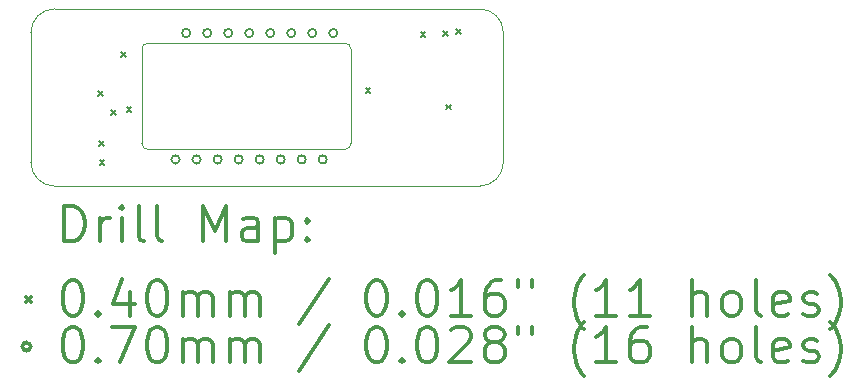
<source format=gbr>
%FSLAX45Y45*%
G04 Gerber Fmt 4.5, Leading zero omitted, Abs format (unit mm)*
G04 Created by KiCad (PCBNEW (5.1.4)-1) date 2025-05-10 17:32:07*
%MOMM*%
%LPD*%
G04 APERTURE LIST*
%ADD10C,0.050000*%
%ADD11C,0.200000*%
%ADD12C,0.300000*%
G04 APERTURE END LIST*
D10*
X18115000Y-11045000D02*
G75*
G02X17915000Y-11245000I-200000J0D01*
G01*
X17915000Y-9745000D02*
G75*
G02X18115000Y-9945000I0J-200000D01*
G01*
X14315000Y-11245000D02*
G75*
G02X14115000Y-11045000I0J200000D01*
G01*
X14115000Y-9945000D02*
G75*
G02X14315000Y-9745000I200000J0D01*
G01*
X16825000Y-10085000D02*
X16825000Y-10885000D01*
X15105000Y-10035000D02*
X16775000Y-10035000D01*
X15055000Y-10885000D02*
X15055000Y-10085000D01*
X16775000Y-10935000D02*
X15105000Y-10935000D01*
X16825000Y-10885000D02*
G75*
G02X16775000Y-10935000I-50000J0D01*
G01*
X16775000Y-10035000D02*
G75*
G02X16825000Y-10085000I0J-50000D01*
G01*
X15055000Y-10085000D02*
G75*
G02X15105000Y-10035000I50000J0D01*
G01*
X15105000Y-10935000D02*
G75*
G02X15055000Y-10885000I0J50000D01*
G01*
X17915000Y-11245000D02*
X14315000Y-11245000D01*
X18115000Y-9945000D02*
X18115000Y-11045000D01*
X14315000Y-9745000D02*
X17915000Y-9745000D01*
X14115000Y-11045000D02*
X14115000Y-9945000D01*
D11*
X14685000Y-10440000D02*
X14725000Y-10480000D01*
X14725000Y-10440000D02*
X14685000Y-10480000D01*
X14695000Y-10865000D02*
X14735000Y-10905000D01*
X14735000Y-10865000D02*
X14695000Y-10905000D01*
X14697109Y-11027891D02*
X14737109Y-11067891D01*
X14737109Y-11027891D02*
X14697109Y-11067891D01*
X14796000Y-10605000D02*
X14836000Y-10645000D01*
X14836000Y-10605000D02*
X14796000Y-10645000D01*
X14880000Y-10110000D02*
X14920000Y-10150000D01*
X14920000Y-10110000D02*
X14880000Y-10150000D01*
X14925000Y-10575000D02*
X14965000Y-10615000D01*
X14965000Y-10575000D02*
X14925000Y-10615000D01*
X16950000Y-10416000D02*
X16990000Y-10456000D01*
X16990000Y-10416000D02*
X16950000Y-10456000D01*
X17415000Y-9940000D02*
X17455000Y-9980000D01*
X17455000Y-9940000D02*
X17415000Y-9980000D01*
X17605000Y-9935000D02*
X17645000Y-9975000D01*
X17645000Y-9935000D02*
X17605000Y-9975000D01*
X17629249Y-10555000D02*
X17669249Y-10595000D01*
X17669249Y-10555000D02*
X17629249Y-10595000D01*
X17718000Y-9916000D02*
X17758000Y-9956000D01*
X17758000Y-9916000D02*
X17718000Y-9956000D01*
X15375000Y-11020000D02*
G75*
G03X15375000Y-11020000I-35000J0D01*
G01*
X15464000Y-9950000D02*
G75*
G03X15464000Y-9950000I-35000J0D01*
G01*
X15553000Y-11020000D02*
G75*
G03X15553000Y-11020000I-35000J0D01*
G01*
X15642000Y-9950000D02*
G75*
G03X15642000Y-9950000I-35000J0D01*
G01*
X15731000Y-11020000D02*
G75*
G03X15731000Y-11020000I-35000J0D01*
G01*
X15820000Y-9950000D02*
G75*
G03X15820000Y-9950000I-35000J0D01*
G01*
X15909000Y-11020000D02*
G75*
G03X15909000Y-11020000I-35000J0D01*
G01*
X15998000Y-9950000D02*
G75*
G03X15998000Y-9950000I-35000J0D01*
G01*
X16087000Y-11020000D02*
G75*
G03X16087000Y-11020000I-35000J0D01*
G01*
X16176000Y-9950000D02*
G75*
G03X16176000Y-9950000I-35000J0D01*
G01*
X16265000Y-11020000D02*
G75*
G03X16265000Y-11020000I-35000J0D01*
G01*
X16354000Y-9950000D02*
G75*
G03X16354000Y-9950000I-35000J0D01*
G01*
X16443000Y-11020000D02*
G75*
G03X16443000Y-11020000I-35000J0D01*
G01*
X16532000Y-9950000D02*
G75*
G03X16532000Y-9950000I-35000J0D01*
G01*
X16621000Y-11020000D02*
G75*
G03X16621000Y-11020000I-35000J0D01*
G01*
X16710000Y-9950000D02*
G75*
G03X16710000Y-9950000I-35000J0D01*
G01*
D12*
X14398928Y-11713214D02*
X14398928Y-11413214D01*
X14470357Y-11413214D01*
X14513214Y-11427500D01*
X14541786Y-11456071D01*
X14556071Y-11484643D01*
X14570357Y-11541786D01*
X14570357Y-11584643D01*
X14556071Y-11641786D01*
X14541786Y-11670357D01*
X14513214Y-11698929D01*
X14470357Y-11713214D01*
X14398928Y-11713214D01*
X14698928Y-11713214D02*
X14698928Y-11513214D01*
X14698928Y-11570357D02*
X14713214Y-11541786D01*
X14727500Y-11527500D01*
X14756071Y-11513214D01*
X14784643Y-11513214D01*
X14884643Y-11713214D02*
X14884643Y-11513214D01*
X14884643Y-11413214D02*
X14870357Y-11427500D01*
X14884643Y-11441786D01*
X14898928Y-11427500D01*
X14884643Y-11413214D01*
X14884643Y-11441786D01*
X15070357Y-11713214D02*
X15041786Y-11698929D01*
X15027500Y-11670357D01*
X15027500Y-11413214D01*
X15227500Y-11713214D02*
X15198928Y-11698929D01*
X15184643Y-11670357D01*
X15184643Y-11413214D01*
X15570357Y-11713214D02*
X15570357Y-11413214D01*
X15670357Y-11627500D01*
X15770357Y-11413214D01*
X15770357Y-11713214D01*
X16041786Y-11713214D02*
X16041786Y-11556071D01*
X16027500Y-11527500D01*
X15998928Y-11513214D01*
X15941786Y-11513214D01*
X15913214Y-11527500D01*
X16041786Y-11698929D02*
X16013214Y-11713214D01*
X15941786Y-11713214D01*
X15913214Y-11698929D01*
X15898928Y-11670357D01*
X15898928Y-11641786D01*
X15913214Y-11613214D01*
X15941786Y-11598929D01*
X16013214Y-11598929D01*
X16041786Y-11584643D01*
X16184643Y-11513214D02*
X16184643Y-11813214D01*
X16184643Y-11527500D02*
X16213214Y-11513214D01*
X16270357Y-11513214D01*
X16298928Y-11527500D01*
X16313214Y-11541786D01*
X16327500Y-11570357D01*
X16327500Y-11656071D01*
X16313214Y-11684643D01*
X16298928Y-11698929D01*
X16270357Y-11713214D01*
X16213214Y-11713214D01*
X16184643Y-11698929D01*
X16456071Y-11684643D02*
X16470357Y-11698929D01*
X16456071Y-11713214D01*
X16441786Y-11698929D01*
X16456071Y-11684643D01*
X16456071Y-11713214D01*
X16456071Y-11527500D02*
X16470357Y-11541786D01*
X16456071Y-11556071D01*
X16441786Y-11541786D01*
X16456071Y-11527500D01*
X16456071Y-11556071D01*
X14072500Y-12187500D02*
X14112500Y-12227500D01*
X14112500Y-12187500D02*
X14072500Y-12227500D01*
X14456071Y-12043214D02*
X14484643Y-12043214D01*
X14513214Y-12057500D01*
X14527500Y-12071786D01*
X14541786Y-12100357D01*
X14556071Y-12157500D01*
X14556071Y-12228929D01*
X14541786Y-12286071D01*
X14527500Y-12314643D01*
X14513214Y-12328929D01*
X14484643Y-12343214D01*
X14456071Y-12343214D01*
X14427500Y-12328929D01*
X14413214Y-12314643D01*
X14398928Y-12286071D01*
X14384643Y-12228929D01*
X14384643Y-12157500D01*
X14398928Y-12100357D01*
X14413214Y-12071786D01*
X14427500Y-12057500D01*
X14456071Y-12043214D01*
X14684643Y-12314643D02*
X14698928Y-12328929D01*
X14684643Y-12343214D01*
X14670357Y-12328929D01*
X14684643Y-12314643D01*
X14684643Y-12343214D01*
X14956071Y-12143214D02*
X14956071Y-12343214D01*
X14884643Y-12028929D02*
X14813214Y-12243214D01*
X14998928Y-12243214D01*
X15170357Y-12043214D02*
X15198928Y-12043214D01*
X15227500Y-12057500D01*
X15241786Y-12071786D01*
X15256071Y-12100357D01*
X15270357Y-12157500D01*
X15270357Y-12228929D01*
X15256071Y-12286071D01*
X15241786Y-12314643D01*
X15227500Y-12328929D01*
X15198928Y-12343214D01*
X15170357Y-12343214D01*
X15141786Y-12328929D01*
X15127500Y-12314643D01*
X15113214Y-12286071D01*
X15098928Y-12228929D01*
X15098928Y-12157500D01*
X15113214Y-12100357D01*
X15127500Y-12071786D01*
X15141786Y-12057500D01*
X15170357Y-12043214D01*
X15398928Y-12343214D02*
X15398928Y-12143214D01*
X15398928Y-12171786D02*
X15413214Y-12157500D01*
X15441786Y-12143214D01*
X15484643Y-12143214D01*
X15513214Y-12157500D01*
X15527500Y-12186071D01*
X15527500Y-12343214D01*
X15527500Y-12186071D02*
X15541786Y-12157500D01*
X15570357Y-12143214D01*
X15613214Y-12143214D01*
X15641786Y-12157500D01*
X15656071Y-12186071D01*
X15656071Y-12343214D01*
X15798928Y-12343214D02*
X15798928Y-12143214D01*
X15798928Y-12171786D02*
X15813214Y-12157500D01*
X15841786Y-12143214D01*
X15884643Y-12143214D01*
X15913214Y-12157500D01*
X15927500Y-12186071D01*
X15927500Y-12343214D01*
X15927500Y-12186071D02*
X15941786Y-12157500D01*
X15970357Y-12143214D01*
X16013214Y-12143214D01*
X16041786Y-12157500D01*
X16056071Y-12186071D01*
X16056071Y-12343214D01*
X16641786Y-12028929D02*
X16384643Y-12414643D01*
X17027500Y-12043214D02*
X17056071Y-12043214D01*
X17084643Y-12057500D01*
X17098928Y-12071786D01*
X17113214Y-12100357D01*
X17127500Y-12157500D01*
X17127500Y-12228929D01*
X17113214Y-12286071D01*
X17098928Y-12314643D01*
X17084643Y-12328929D01*
X17056071Y-12343214D01*
X17027500Y-12343214D01*
X16998928Y-12328929D01*
X16984643Y-12314643D01*
X16970357Y-12286071D01*
X16956071Y-12228929D01*
X16956071Y-12157500D01*
X16970357Y-12100357D01*
X16984643Y-12071786D01*
X16998928Y-12057500D01*
X17027500Y-12043214D01*
X17256071Y-12314643D02*
X17270357Y-12328929D01*
X17256071Y-12343214D01*
X17241786Y-12328929D01*
X17256071Y-12314643D01*
X17256071Y-12343214D01*
X17456071Y-12043214D02*
X17484643Y-12043214D01*
X17513214Y-12057500D01*
X17527500Y-12071786D01*
X17541786Y-12100357D01*
X17556071Y-12157500D01*
X17556071Y-12228929D01*
X17541786Y-12286071D01*
X17527500Y-12314643D01*
X17513214Y-12328929D01*
X17484643Y-12343214D01*
X17456071Y-12343214D01*
X17427500Y-12328929D01*
X17413214Y-12314643D01*
X17398928Y-12286071D01*
X17384643Y-12228929D01*
X17384643Y-12157500D01*
X17398928Y-12100357D01*
X17413214Y-12071786D01*
X17427500Y-12057500D01*
X17456071Y-12043214D01*
X17841786Y-12343214D02*
X17670357Y-12343214D01*
X17756071Y-12343214D02*
X17756071Y-12043214D01*
X17727500Y-12086071D01*
X17698928Y-12114643D01*
X17670357Y-12128929D01*
X18098928Y-12043214D02*
X18041786Y-12043214D01*
X18013214Y-12057500D01*
X17998928Y-12071786D01*
X17970357Y-12114643D01*
X17956071Y-12171786D01*
X17956071Y-12286071D01*
X17970357Y-12314643D01*
X17984643Y-12328929D01*
X18013214Y-12343214D01*
X18070357Y-12343214D01*
X18098928Y-12328929D01*
X18113214Y-12314643D01*
X18127500Y-12286071D01*
X18127500Y-12214643D01*
X18113214Y-12186071D01*
X18098928Y-12171786D01*
X18070357Y-12157500D01*
X18013214Y-12157500D01*
X17984643Y-12171786D01*
X17970357Y-12186071D01*
X17956071Y-12214643D01*
X18241786Y-12043214D02*
X18241786Y-12100357D01*
X18356071Y-12043214D02*
X18356071Y-12100357D01*
X18798928Y-12457500D02*
X18784643Y-12443214D01*
X18756071Y-12400357D01*
X18741786Y-12371786D01*
X18727500Y-12328929D01*
X18713214Y-12257500D01*
X18713214Y-12200357D01*
X18727500Y-12128929D01*
X18741786Y-12086071D01*
X18756071Y-12057500D01*
X18784643Y-12014643D01*
X18798928Y-12000357D01*
X19070357Y-12343214D02*
X18898928Y-12343214D01*
X18984643Y-12343214D02*
X18984643Y-12043214D01*
X18956071Y-12086071D01*
X18927500Y-12114643D01*
X18898928Y-12128929D01*
X19356071Y-12343214D02*
X19184643Y-12343214D01*
X19270357Y-12343214D02*
X19270357Y-12043214D01*
X19241786Y-12086071D01*
X19213214Y-12114643D01*
X19184643Y-12128929D01*
X19713214Y-12343214D02*
X19713214Y-12043214D01*
X19841786Y-12343214D02*
X19841786Y-12186071D01*
X19827500Y-12157500D01*
X19798928Y-12143214D01*
X19756071Y-12143214D01*
X19727500Y-12157500D01*
X19713214Y-12171786D01*
X20027500Y-12343214D02*
X19998928Y-12328929D01*
X19984643Y-12314643D01*
X19970357Y-12286071D01*
X19970357Y-12200357D01*
X19984643Y-12171786D01*
X19998928Y-12157500D01*
X20027500Y-12143214D01*
X20070357Y-12143214D01*
X20098928Y-12157500D01*
X20113214Y-12171786D01*
X20127500Y-12200357D01*
X20127500Y-12286071D01*
X20113214Y-12314643D01*
X20098928Y-12328929D01*
X20070357Y-12343214D01*
X20027500Y-12343214D01*
X20298928Y-12343214D02*
X20270357Y-12328929D01*
X20256071Y-12300357D01*
X20256071Y-12043214D01*
X20527500Y-12328929D02*
X20498928Y-12343214D01*
X20441786Y-12343214D01*
X20413214Y-12328929D01*
X20398928Y-12300357D01*
X20398928Y-12186071D01*
X20413214Y-12157500D01*
X20441786Y-12143214D01*
X20498928Y-12143214D01*
X20527500Y-12157500D01*
X20541786Y-12186071D01*
X20541786Y-12214643D01*
X20398928Y-12243214D01*
X20656071Y-12328929D02*
X20684643Y-12343214D01*
X20741786Y-12343214D01*
X20770357Y-12328929D01*
X20784643Y-12300357D01*
X20784643Y-12286071D01*
X20770357Y-12257500D01*
X20741786Y-12243214D01*
X20698928Y-12243214D01*
X20670357Y-12228929D01*
X20656071Y-12200357D01*
X20656071Y-12186071D01*
X20670357Y-12157500D01*
X20698928Y-12143214D01*
X20741786Y-12143214D01*
X20770357Y-12157500D01*
X20884643Y-12457500D02*
X20898928Y-12443214D01*
X20927500Y-12400357D01*
X20941786Y-12371786D01*
X20956071Y-12328929D01*
X20970357Y-12257500D01*
X20970357Y-12200357D01*
X20956071Y-12128929D01*
X20941786Y-12086071D01*
X20927500Y-12057500D01*
X20898928Y-12014643D01*
X20884643Y-12000357D01*
X14112500Y-12603500D02*
G75*
G03X14112500Y-12603500I-35000J0D01*
G01*
X14456071Y-12439214D02*
X14484643Y-12439214D01*
X14513214Y-12453500D01*
X14527500Y-12467786D01*
X14541786Y-12496357D01*
X14556071Y-12553500D01*
X14556071Y-12624929D01*
X14541786Y-12682071D01*
X14527500Y-12710643D01*
X14513214Y-12724929D01*
X14484643Y-12739214D01*
X14456071Y-12739214D01*
X14427500Y-12724929D01*
X14413214Y-12710643D01*
X14398928Y-12682071D01*
X14384643Y-12624929D01*
X14384643Y-12553500D01*
X14398928Y-12496357D01*
X14413214Y-12467786D01*
X14427500Y-12453500D01*
X14456071Y-12439214D01*
X14684643Y-12710643D02*
X14698928Y-12724929D01*
X14684643Y-12739214D01*
X14670357Y-12724929D01*
X14684643Y-12710643D01*
X14684643Y-12739214D01*
X14798928Y-12439214D02*
X14998928Y-12439214D01*
X14870357Y-12739214D01*
X15170357Y-12439214D02*
X15198928Y-12439214D01*
X15227500Y-12453500D01*
X15241786Y-12467786D01*
X15256071Y-12496357D01*
X15270357Y-12553500D01*
X15270357Y-12624929D01*
X15256071Y-12682071D01*
X15241786Y-12710643D01*
X15227500Y-12724929D01*
X15198928Y-12739214D01*
X15170357Y-12739214D01*
X15141786Y-12724929D01*
X15127500Y-12710643D01*
X15113214Y-12682071D01*
X15098928Y-12624929D01*
X15098928Y-12553500D01*
X15113214Y-12496357D01*
X15127500Y-12467786D01*
X15141786Y-12453500D01*
X15170357Y-12439214D01*
X15398928Y-12739214D02*
X15398928Y-12539214D01*
X15398928Y-12567786D02*
X15413214Y-12553500D01*
X15441786Y-12539214D01*
X15484643Y-12539214D01*
X15513214Y-12553500D01*
X15527500Y-12582071D01*
X15527500Y-12739214D01*
X15527500Y-12582071D02*
X15541786Y-12553500D01*
X15570357Y-12539214D01*
X15613214Y-12539214D01*
X15641786Y-12553500D01*
X15656071Y-12582071D01*
X15656071Y-12739214D01*
X15798928Y-12739214D02*
X15798928Y-12539214D01*
X15798928Y-12567786D02*
X15813214Y-12553500D01*
X15841786Y-12539214D01*
X15884643Y-12539214D01*
X15913214Y-12553500D01*
X15927500Y-12582071D01*
X15927500Y-12739214D01*
X15927500Y-12582071D02*
X15941786Y-12553500D01*
X15970357Y-12539214D01*
X16013214Y-12539214D01*
X16041786Y-12553500D01*
X16056071Y-12582071D01*
X16056071Y-12739214D01*
X16641786Y-12424929D02*
X16384643Y-12810643D01*
X17027500Y-12439214D02*
X17056071Y-12439214D01*
X17084643Y-12453500D01*
X17098928Y-12467786D01*
X17113214Y-12496357D01*
X17127500Y-12553500D01*
X17127500Y-12624929D01*
X17113214Y-12682071D01*
X17098928Y-12710643D01*
X17084643Y-12724929D01*
X17056071Y-12739214D01*
X17027500Y-12739214D01*
X16998928Y-12724929D01*
X16984643Y-12710643D01*
X16970357Y-12682071D01*
X16956071Y-12624929D01*
X16956071Y-12553500D01*
X16970357Y-12496357D01*
X16984643Y-12467786D01*
X16998928Y-12453500D01*
X17027500Y-12439214D01*
X17256071Y-12710643D02*
X17270357Y-12724929D01*
X17256071Y-12739214D01*
X17241786Y-12724929D01*
X17256071Y-12710643D01*
X17256071Y-12739214D01*
X17456071Y-12439214D02*
X17484643Y-12439214D01*
X17513214Y-12453500D01*
X17527500Y-12467786D01*
X17541786Y-12496357D01*
X17556071Y-12553500D01*
X17556071Y-12624929D01*
X17541786Y-12682071D01*
X17527500Y-12710643D01*
X17513214Y-12724929D01*
X17484643Y-12739214D01*
X17456071Y-12739214D01*
X17427500Y-12724929D01*
X17413214Y-12710643D01*
X17398928Y-12682071D01*
X17384643Y-12624929D01*
X17384643Y-12553500D01*
X17398928Y-12496357D01*
X17413214Y-12467786D01*
X17427500Y-12453500D01*
X17456071Y-12439214D01*
X17670357Y-12467786D02*
X17684643Y-12453500D01*
X17713214Y-12439214D01*
X17784643Y-12439214D01*
X17813214Y-12453500D01*
X17827500Y-12467786D01*
X17841786Y-12496357D01*
X17841786Y-12524929D01*
X17827500Y-12567786D01*
X17656071Y-12739214D01*
X17841786Y-12739214D01*
X18013214Y-12567786D02*
X17984643Y-12553500D01*
X17970357Y-12539214D01*
X17956071Y-12510643D01*
X17956071Y-12496357D01*
X17970357Y-12467786D01*
X17984643Y-12453500D01*
X18013214Y-12439214D01*
X18070357Y-12439214D01*
X18098928Y-12453500D01*
X18113214Y-12467786D01*
X18127500Y-12496357D01*
X18127500Y-12510643D01*
X18113214Y-12539214D01*
X18098928Y-12553500D01*
X18070357Y-12567786D01*
X18013214Y-12567786D01*
X17984643Y-12582071D01*
X17970357Y-12596357D01*
X17956071Y-12624929D01*
X17956071Y-12682071D01*
X17970357Y-12710643D01*
X17984643Y-12724929D01*
X18013214Y-12739214D01*
X18070357Y-12739214D01*
X18098928Y-12724929D01*
X18113214Y-12710643D01*
X18127500Y-12682071D01*
X18127500Y-12624929D01*
X18113214Y-12596357D01*
X18098928Y-12582071D01*
X18070357Y-12567786D01*
X18241786Y-12439214D02*
X18241786Y-12496357D01*
X18356071Y-12439214D02*
X18356071Y-12496357D01*
X18798928Y-12853500D02*
X18784643Y-12839214D01*
X18756071Y-12796357D01*
X18741786Y-12767786D01*
X18727500Y-12724929D01*
X18713214Y-12653500D01*
X18713214Y-12596357D01*
X18727500Y-12524929D01*
X18741786Y-12482071D01*
X18756071Y-12453500D01*
X18784643Y-12410643D01*
X18798928Y-12396357D01*
X19070357Y-12739214D02*
X18898928Y-12739214D01*
X18984643Y-12739214D02*
X18984643Y-12439214D01*
X18956071Y-12482071D01*
X18927500Y-12510643D01*
X18898928Y-12524929D01*
X19327500Y-12439214D02*
X19270357Y-12439214D01*
X19241786Y-12453500D01*
X19227500Y-12467786D01*
X19198928Y-12510643D01*
X19184643Y-12567786D01*
X19184643Y-12682071D01*
X19198928Y-12710643D01*
X19213214Y-12724929D01*
X19241786Y-12739214D01*
X19298928Y-12739214D01*
X19327500Y-12724929D01*
X19341786Y-12710643D01*
X19356071Y-12682071D01*
X19356071Y-12610643D01*
X19341786Y-12582071D01*
X19327500Y-12567786D01*
X19298928Y-12553500D01*
X19241786Y-12553500D01*
X19213214Y-12567786D01*
X19198928Y-12582071D01*
X19184643Y-12610643D01*
X19713214Y-12739214D02*
X19713214Y-12439214D01*
X19841786Y-12739214D02*
X19841786Y-12582071D01*
X19827500Y-12553500D01*
X19798928Y-12539214D01*
X19756071Y-12539214D01*
X19727500Y-12553500D01*
X19713214Y-12567786D01*
X20027500Y-12739214D02*
X19998928Y-12724929D01*
X19984643Y-12710643D01*
X19970357Y-12682071D01*
X19970357Y-12596357D01*
X19984643Y-12567786D01*
X19998928Y-12553500D01*
X20027500Y-12539214D01*
X20070357Y-12539214D01*
X20098928Y-12553500D01*
X20113214Y-12567786D01*
X20127500Y-12596357D01*
X20127500Y-12682071D01*
X20113214Y-12710643D01*
X20098928Y-12724929D01*
X20070357Y-12739214D01*
X20027500Y-12739214D01*
X20298928Y-12739214D02*
X20270357Y-12724929D01*
X20256071Y-12696357D01*
X20256071Y-12439214D01*
X20527500Y-12724929D02*
X20498928Y-12739214D01*
X20441786Y-12739214D01*
X20413214Y-12724929D01*
X20398928Y-12696357D01*
X20398928Y-12582071D01*
X20413214Y-12553500D01*
X20441786Y-12539214D01*
X20498928Y-12539214D01*
X20527500Y-12553500D01*
X20541786Y-12582071D01*
X20541786Y-12610643D01*
X20398928Y-12639214D01*
X20656071Y-12724929D02*
X20684643Y-12739214D01*
X20741786Y-12739214D01*
X20770357Y-12724929D01*
X20784643Y-12696357D01*
X20784643Y-12682071D01*
X20770357Y-12653500D01*
X20741786Y-12639214D01*
X20698928Y-12639214D01*
X20670357Y-12624929D01*
X20656071Y-12596357D01*
X20656071Y-12582071D01*
X20670357Y-12553500D01*
X20698928Y-12539214D01*
X20741786Y-12539214D01*
X20770357Y-12553500D01*
X20884643Y-12853500D02*
X20898928Y-12839214D01*
X20927500Y-12796357D01*
X20941786Y-12767786D01*
X20956071Y-12724929D01*
X20970357Y-12653500D01*
X20970357Y-12596357D01*
X20956071Y-12524929D01*
X20941786Y-12482071D01*
X20927500Y-12453500D01*
X20898928Y-12410643D01*
X20884643Y-12396357D01*
M02*

</source>
